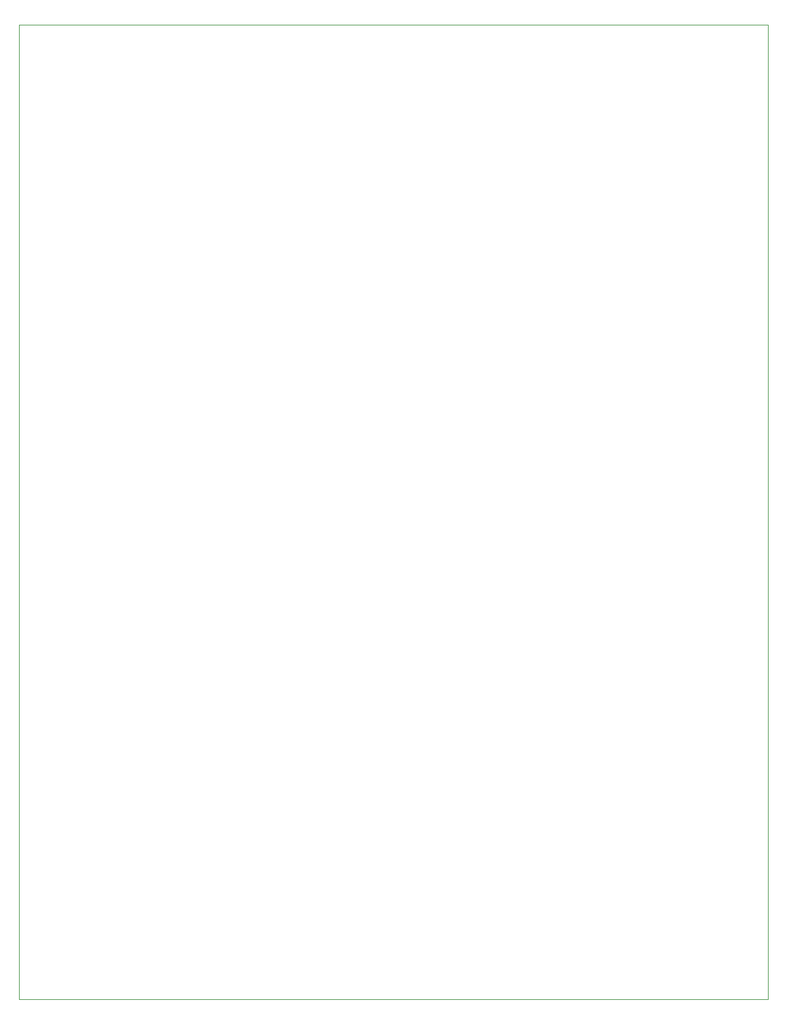
<source format=gbr>
%TF.GenerationSoftware,KiCad,Pcbnew,8.0.8*%
%TF.CreationDate,2025-03-04T12:02:19-05:00*%
%TF.ProjectId,Proyecto PCB,50726f79-6563-4746-9f20-5043422e6b69,rev?*%
%TF.SameCoordinates,Original*%
%TF.FileFunction,Profile,NP*%
%FSLAX46Y46*%
G04 Gerber Fmt 4.6, Leading zero omitted, Abs format (unit mm)*
G04 Created by KiCad (PCBNEW 8.0.8) date 2025-03-04 12:02:19*
%MOMM*%
%LPD*%
G01*
G04 APERTURE LIST*
%TA.AperFunction,Profile*%
%ADD10C,0.050000*%
%TD*%
G04 APERTURE END LIST*
D10*
X57000000Y-36500000D02*
X157000000Y-36500000D01*
X157000000Y-166500000D01*
X57000000Y-166500000D01*
X57000000Y-36500000D01*
M02*

</source>
